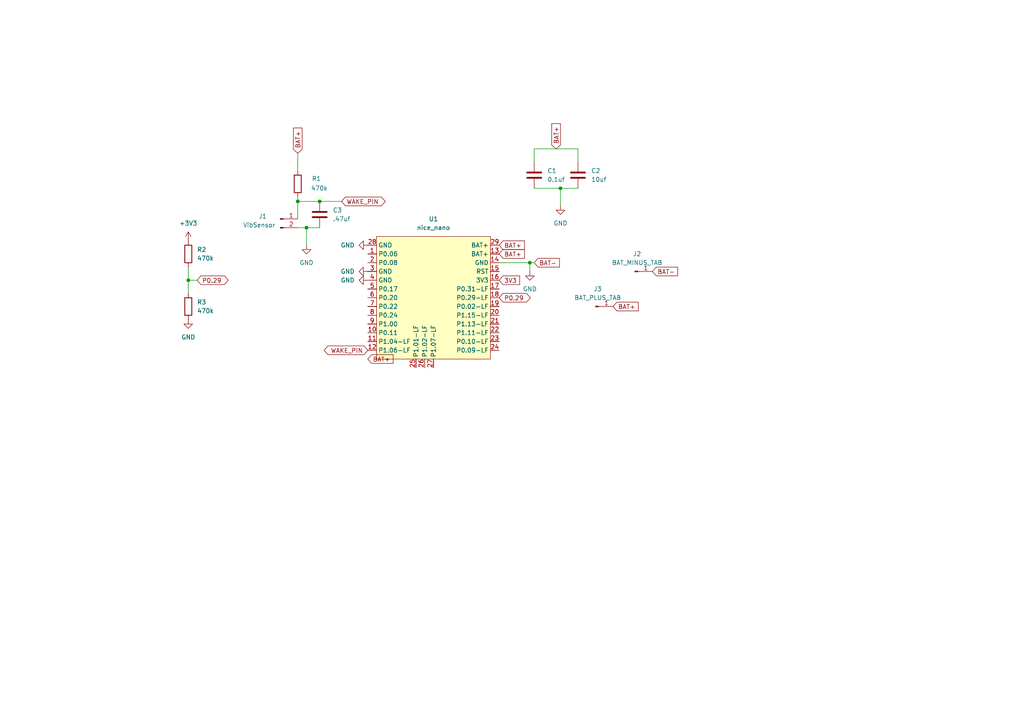
<source format=kicad_sch>
(kicad_sch (version 20250114) (generator "eeschema") (generator_version "9.0")
  (paper "A4")
  (lib_symbols
    (symbol "Connector:Conn_01x01_Pin" (pin_names (offset 1.016) (hide yes))
      (property "Reference" "J" (at 0 2.54 0))
      (property "Value" "Conn_01x01_Pin" (at 0 -2.54 0))
      (symbol "Conn_01x01_Pin_1_1"
        (rectangle (start 0.8636 0.127) (end 0 -0.127) (stroke (width 0.1524)) (fill (type outline)))
        (polyline (pts (xy 1.27 0) (xy 0.8636 0)) (stroke (width 0.1524)))
        (pin passive line (at 5.08 0 180) (length 3.81) (name "Pin_1") (number "1"))
      )
    )
    (symbol "Connector:Conn_01x02_Pin" (pin_names (offset 1.016) (hide yes))
      (property "Reference" "J" (at 0 2.54 0))
      (property "Value" "Conn_01x02_Pin" (at 0 -5.08 0))
      (symbol "Conn_01x02_Pin_1_1"
        (rectangle (start 0.8636 0.127) (end 0 -0.127) (stroke (width 0.1524)) (fill (type outline)))
        (rectangle (start 0.8636 -2.413) (end 0 -2.667) (stroke (width 0.1524)) (fill (type outline)))
        (polyline (pts (xy 1.27 0) (xy 0.8636 0)) (stroke (width 0.1524)))
        (polyline (pts (xy 1.27 -2.54) (xy 0.8636 -2.54)) (stroke (width 0.1524)))
        (pin passive line (at 5.08 0 180) (length 3.81) (name "Pin_1") (number "1"))
        (pin passive line (at 5.08 -2.54 180) (length 3.81) (name "Pin_2") (number "2"))
      )
    )
    (symbol "Device:C" (pin_numbers (hide yes)) (pin_names (offset 0.254))
      (property "Reference" "C" (at 0.635 2.54 0))
      (property "Value" "C" (at 0.635 -2.54 0))
      (symbol "C_0_1"
        (polyline (pts (xy -2.032 0.762) (xy 2.032 0.762)) (stroke (width 0.508)))
        (polyline (pts (xy -2.032 -0.762) (xy 2.032 -0.762)) (stroke (width 0.508)))
      )
      (symbol "C_1_1"
        (pin passive line (at 0 3.81 270) (length 2.794) (name "~") (number "1"))
        (pin passive line (at 0 -3.81 90) (length 2.794) (name "~") (number "2"))
      )
    )
    (symbol "Device:R" (pin_numbers (hide yes)) (pin_names (offset 0))
      (property "Reference" "R" (at 2.032 0 90))
      (property "Value" "R" (at 0 0 90))
      (symbol "R_0_1"
        (rectangle (start -1.016 -2.54) (end 1.016 2.54) (stroke (width 0.254)))
      )
      (symbol "R_1_1"
        (pin passive line (at 0 3.81 270) (length 1.27) (name "~") (number "1"))
        (pin passive line (at 0 -3.81 90) (length 1.27) (name "~") (number "2"))
      )
    )
    (symbol "PCM_marbastlib-promicroish:nice_nano" (in_bom no)
      (property "Reference" "U" (at 0 22.86 0))
      (property "Value" "nice_nano" (at 0 20.32 0))
      (symbol "nice_nano_0_0"
        (pin bidirectional line (at -19.05 13.97 0) (length 2.54) (name "P0.06") (number "1"))
        (pin bidirectional line (at -19.05 11.43 0) (length 2.54) (name "P0.08") (number "2"))
        (pin power_out line (at -19.05 8.89 0) (length 2.54) (name "GND") (number "3"))
        (pin power_out line (at -19.05 6.35 0) (length 2.54) (name "GND") (number "4"))
        (pin bidirectional line (at -19.05 3.81 0) (length 2.54) (name "P0.17") (number "5"))
        (pin bidirectional line (at -19.05 1.27 0) (length 2.54) (name "P0.20") (number "6"))
        (pin bidirectional line (at -19.05 -1.27 0) (length 2.54) (name "P0.22") (number "7"))
        (pin bidirectional line (at -19.05 -3.81 0) (length 2.54) (name "P0.24") (number "8"))
        (pin bidirectional line (at -19.05 -6.35 0) (length 2.54) (name "P1.00") (number "9"))
        (pin bidirectional line (at -19.05 -8.89 0) (length 2.54) (name "P0.11") (number "10"))
        (pin bidirectional line (at -19.05 -11.43 0) (length 2.54) (name "P1.04-LF") (number "11"))
        (pin bidirectional line (at -19.05 -13.97 0) (length 2.54) (name "P1.06-LF") (number "12"))
        (pin power_out line (at 19.05 11.43 180) (length 2.54) (name "GND") (number "14"))
        (pin bidirectional line (at 19.05 8.89 180) (length 2.54) (name "RST") (number "15"))
        (pin bidirectional line (at 19.05 3.81 180) (length 2.54) (name "P0.31-LF") (number "17"))
        (pin bidirectional line (at 19.05 1.27 180) (length 2.54) (name "P0.29-LF") (number "18"))
        (pin bidirectional line (at 19.05 -1.27 180) (length 2.54) (name "P0.02-LF") (number "19"))
        (pin bidirectional line (at 19.05 -3.81 180) (length 2.54) (name "P1.15-LF") (number "20"))
        (pin bidirectional line (at 19.05 -6.35 180) (length 2.54) (name "P1.13-LF") (number "21"))
        (pin bidirectional line (at 19.05 -8.89 180) (length 2.54) (name "P1.11-LF") (number "22"))
        (pin bidirectional line (at 19.05 -13.97 180) (length 2.54) (name "P0.09-LF") (number "24"))
      )
      (symbol "nice_nano_1_0"
        (pin power_out line (at -19.05 16.51 0) (length 2.54) (name "GND") (number "28"))
        (pin bidirectional line (at -5.08 -19.05 90) (length 2.54) (name "P1.01-LF") (number "25"))
        (pin bidirectional line (at -2.54 -19.05 90) (length 2.54) (name "P1.02-LF") (number "26"))
        (pin bidirectional line (at 0 -19.05 90) (length 2.54) (name "P1.07-LF") (number "27"))
        (pin power_out line (at 19.05 16.51 180) (length 2.54) (name "BAT+") (number "29"))
        (pin power_out line (at 19.05 13.97 180) (length 2.54) (name "BAT+") (number "13"))
        (pin power_out line (at 19.05 6.35 180) (length 2.54) (name "3V3") (number "16"))
        (pin bidirectional line (at 19.05 -11.43 180) (length 2.54) (name "P0.10-LF") (number "23"))
      )
      (symbol "nice_nano_1_1"
        (rectangle (start -16.51 19.05) (end 16.51 -16.51) (fill (type background)))
      )
    )
    (symbol "power:+3V3" (power) (pin_numbers (hide yes)) (pin_names (offset 0) (hide yes))
      (property "Value" "+3V3" (at 0 3.556 0))
      (symbol "+3V3_0_1"
        (polyline (pts (xy -0.762 1.27) (xy 0 2.54)))
        (polyline (pts (xy 0 2.54) (xy 0.762 1.27)))
        (polyline (pts (xy 0 0) (xy 0 2.54)))
      )
      (symbol "+3V3_1_1"
        (pin power_in line (at 0 0 90) (length 0) (name "~") (number "1"))
      )
    )
    (symbol "power:GND" (power) (pin_numbers (hide yes)) (pin_names (offset 0) (hide yes))
      (property "Value" "GND" (at 0 -3.81 0))
      (symbol "GND_0_1"
        (polyline (pts (xy 0 0) (xy 0 -1.27) (xy 1.27 -1.27) (xy 0 -2.54) (xy -1.27 -1.27) (xy 0 -1.27)))
      )
      (symbol "GND_1_1"
        (pin power_in line (at 0 0 270) (length 0) (name "~") (number "1"))
      )
    )
  )
  (junction (at 153.67 76.2))
  (junction (at 92.71 58.42))
  (junction (at 54.61 81.28))
  (junction (at 86.36 58.42))
  (junction (at 88.9 66.04))
  (junction (at 162.56 54.61))
  (wire (pts (xy 92.71 66.04) (xy 88.9 66.04)))
  (wire (pts (xy 88.9 66.04) (xy 88.9 71.12)))
  (wire (pts (xy 92.71 58.42) (xy 86.36 58.42)))
  (wire (pts (xy 86.36 57.15) (xy 86.36 58.42)))
  (wire (pts (xy 153.67 78.74) (xy 153.67 76.2)))
  (wire (pts (xy 144.78 76.2) (xy 153.67 76.2)))
  (wire (pts (xy 92.71 58.42) (xy 99.06 58.42)))
  (wire (pts (xy 54.61 85.09) (xy 54.61 81.28)))
  (wire (pts (xy 162.56 54.61) (xy 167.64 54.61)))
  (wire (pts (xy 54.61 77.47) (xy 54.61 81.28)))
  (wire (pts (xy 162.56 59.69) (xy 162.56 54.61)))
  (wire (pts (xy 86.36 58.42) (xy 86.36 63.5)))
  (wire (pts (xy 86.36 66.04) (xy 88.9 66.04)))
  (wire (pts (xy 154.94 54.61) (xy 162.56 54.61)))
  (wire (pts (xy 153.67 76.2) (xy 154.94 76.2)))
  (wire (pts (xy 167.64 43.18) (xy 167.64 46.99)))
  (wire (pts (xy 54.61 81.28) (xy 57.15 81.28)))
  (wire (pts (xy 86.36 44.45) (xy 86.36 49.53)))
  (wire (pts (xy 154.94 43.18) (xy 154.94 46.99)))
  (wire (pts (xy 154.94 43.18) (xy 167.64 43.18)))
  (global_label "BAT+" (shape input) (at 86.36 44.45 90) (property "Intersheetrefs" "${INTERSHEET_REFS}" (effects (hide yes))))
  (global_label "P0.29" (shape bidirectional) (at 144.78 86.36 0) (property "Intersheetrefs" "${INTERSHEET_REFS}" (effects (hide yes))))
  (global_label "BAT-" (shape input) (at 154.94 76.2 0) (property "Intersheetrefs" "${INTERSHEET_REFS}" (effects (hide yes))))
  (global_label "WAKE_PIN" (shape bidirectional) (at 99.06 58.42 0) (property "Intersheetrefs" "${INTERSHEET_REFS}" (effects (hide yes))))
  (global_label "3V3" (shape input) (at 144.78 81.28 0) (property "Intersheetrefs" "${INTERSHEET_REFS}" (effects (hide yes))))
  (global_label "BAT+" (shape input) (at 106.68 104.14 0) (property "Intersheetrefs" "${INTERSHEET_REFS}" (effects (hide yes))))
  (global_label "BAT-" (shape input) (at 189.23 78.74 0) (property "Intersheetrefs" "${INTERSHEET_REFS}" (effects (hide yes))))
  (global_label "BAT+" (shape input) (at 177.8 88.9 0) (property "Intersheetrefs" "${INTERSHEET_REFS}" (effects (hide yes))))
  (global_label "BAT+" (shape input) (at 161.29 43.18 90) (property "Intersheetrefs" "${INTERSHEET_REFS}" (effects (hide yes))))
  (global_label "WAKE_PIN" (shape bidirectional) (at 106.68 101.6 180) (property "Intersheetrefs" "${INTERSHEET_REFS}" (effects (hide yes))))
  (global_label "BAT+" (shape input) (at 144.78 73.66 0) (property "Intersheetrefs" "${INTERSHEET_REFS}" (effects (hide yes))))
  (global_label "BAT+" (shape input) (at 144.78 71.12 0) (property "Intersheetrefs" "${INTERSHEET_REFS}" (effects (hide yes))))
  (global_label "P0.29" (shape bidirectional) (at 57.15 81.28 0) (property "Intersheetrefs" "${INTERSHEET_REFS}" (effects (hide yes))))
  (symbol (lib_id "Device:C") (at 92.71 62.23 0) (unit 1)
    (property "Reference" "C3" (at 96.52 60.9599 0) (effects (justify left)))
    (property "Value" ".47uf" (at 96.52 63.4999 0) (effects (justify left)))
    (property "Footprint" "Capacitor_SMD:C_0603_1608Metric" (effects (hide yes)))
    (property "Description" "Unpolarized capacitor" (effects (hide yes)))
  )
  (symbol (lib_id "Device:C") (at 167.64 50.8 0) (unit 1)
    (property "Reference" "C2" (at 171.45 49.5299 0) (effects (justify left)))
    (property "Value" "10uf" (at 171.45 52.0699 0) (effects (justify left)))
    (property "Footprint" "Capacitor_SMD:C_0603_1608Metric" (effects (hide yes)))
    (property "Description" "Unpolarized capacitor" (effects (hide yes)))
  )
  (symbol (lib_id "PCM_marbastlib-promicroish:nice_nano") (at 125.73 87.63 0) (unit 1) (in_bom no)
    (property "Reference" "U1" (at 125.73 63.5 0))
    (property "Value" "nice_nano" (at 125.73 66.04 0))
    (property "Footprint" "PCM_marbastlib-xp-promicroish:nice_nano_AH_USBup" (effects (hide yes)))
    (property "Datasheet" "https://nicekeyboards.com/docs/nice-nano/pinout-schematic" (effects (hide yes)))
    (property "Description" "Symbol for an nicekeyboards nice!nano" (effects (hide yes)))
  )
  (symbol (lib_id "power:GND") (at 153.67 78.74 0) (unit 1)
    (property "Reference" "#PWR07" (effects (hide yes)))
    (property "Value" "GND" (at 153.67 83.82 0))
    (property "Description" "Power symbol creates a global label with name \"GND\" , ground" (effects (hide yes)))
  )
  (symbol (lib_id "power:GND") (at 106.68 78.74 270) (unit 1)
    (property "Reference" "#PWR05" (effects (hide yes)))
    (property "Value" "GND" (at 102.87 78.7399 90) (effects (justify right)))
    (property "Description" "Power symbol creates a global label with name \"GND\" , ground" (effects (hide yes)))
  )
  (symbol (lib_id "power:GND") (at 106.68 71.12 270) (unit 1)
    (property "Reference" "#PWR06" (effects (hide yes)))
    (property "Value" "GND" (at 102.87 71.1199 90) (effects (justify right)))
    (property "Description" "Power symbol creates a global label with name \"GND\" , ground" (effects (hide yes)))
  )
  (symbol (lib_id "Device:R") (at 54.61 73.66 0) (unit 1)
    (property "Reference" "R2" (at 57.15 72.3899 0) (effects (justify left)))
    (property "Value" "470k" (at 57.15 74.9299 0) (effects (justify left)))
    (property "Description" "Resistor" (effects (hide yes)))
  )
  (symbol (lib_id "Connector:Conn_01x01_Pin") (at 172.72 88.9 0) (unit 1)
    (property "Reference" "J3" (at 173.355 83.82 0))
    (property "Value" "BAT_PLUS_TAB" (at 173.355 86.36 0))
    (property "Footprint" "Connector_PinSocket_2.54mm:PinSocket_1x01_P2.54mm_Vertical" (effects (hide yes)))
    (property "Description" "Generic connector, single row, 01x01, script generated" (effects (hide yes)))
  )
  (symbol (lib_id "power:GND") (at 54.61 92.71 0) (unit 1)
    (property "Reference" "#PWR08" (effects (hide yes)))
    (property "Value" "GND" (at 54.61 97.79 0))
    (property "Description" "Power symbol creates a global label with name \"GND\" , ground" (effects (hide yes)))
  )
  (symbol (lib_id "Device:C") (at 154.94 50.8 0) (unit 1)
    (property "Reference" "C1" (at 158.75 49.5299 0) (effects (justify left)))
    (property "Value" "0.1uf" (at 158.75 52.0699 0) (effects (justify left)))
    (property "Footprint" "Capacitor_SMD:C_0603_1608Metric" (effects (hide yes)))
    (property "Description" "Unpolarized capacitor" (effects (hide yes)))
  )
  (symbol (lib_id "power:GND") (at 106.68 81.28 270) (unit 1)
    (property "Reference" "#PWR04" (effects (hide yes)))
    (property "Value" "GND" (at 102.87 81.2799 90) (effects (justify right)))
    (property "Description" "Power symbol creates a global label with name \"GND\" , ground" (effects (hide yes)))
  )
  (symbol (lib_id "Device:R") (at 86.36 53.34 0) (unit 1)
    (property "Reference" "R1" (at 90.424 51.816 0) (effects (justify left)))
    (property "Value" "470k" (at 90.17 54.61 0) (effects (justify left)))
    (property "Footprint" "Resistor_SMD:R_0603_1608Metric" (effects (hide yes)))
    (property "Description" "Resistor" (effects (hide yes)))
  )
  (symbol (lib_id "power:+3V3") (at 54.61 69.85 0) (unit 1)
    (property "Reference" "#PWR02" (effects (hide yes)))
    (property "Value" "+3V3" (at 54.61 64.77 0))
    (property "Description" "Power symbol creates a global label with name \"+3V3\"" (effects (hide yes)))
  )
  (symbol (lib_id "power:GND") (at 162.56 59.69 0) (unit 1)
    (property "Reference" "#PWR01" (effects (hide yes)))
    (property "Value" "GND" (at 162.56 64.77 0))
    (property "Description" "Power symbol creates a global label with name \"GND\" , ground" (effects (hide yes)))
  )
  (symbol (lib_id "Device:R") (at 54.61 88.9 0) (unit 1)
    (property "Reference" "R3" (at 57.15 87.6299 0) (effects (justify left)))
    (property "Value" "470k" (at 57.15 90.1699 0) (effects (justify left)))
    (property "Description" "Resistor" (effects (hide yes)))
  )
  (symbol (lib_id "Connector:Conn_01x01_Pin") (at 184.15 78.74 0) (unit 1)
    (property "Reference" "J2" (at 184.785 73.66 0))
    (property "Value" "BAT_MINUS_TAB" (at 184.785 76.2 0))
    (property "Footprint" "Connector_PinSocket_2.54mm:PinSocket_1x01_P2.54mm_Vertical" (effects (hide yes)))
    (property "Description" "Generic connector, single row, 01x01, script generated" (effects (hide yes)))
  )
  (symbol (lib_id "Connector:Conn_01x02_Pin") (at 81.28 63.5 0) (unit 1)
    (property "Reference" "J1" (at 76.2 62.738 0))
    (property "Value" "VibSensor" (at 75.184 65.278 0))
    (property "Footprint" "Capacitor_THT:CP_Radial_D5.0mm_P2.50mm" (effects (hide yes)))
    (property "Description" "Generic connector, single row, 01x02, script generated" (effects (hide yes)))
  )
  (symbol (lib_id "power:GND") (at 88.9 71.12 0) (unit 1)
    (property "Reference" "#PWR03" (effects (hide yes)))
    (property "Value" "GND" (at 88.9 76.2 0))
    (property "Description" "Power symbol creates a global label with name \"GND\" , ground" (effects (hide yes)))
  )
)
</source>
